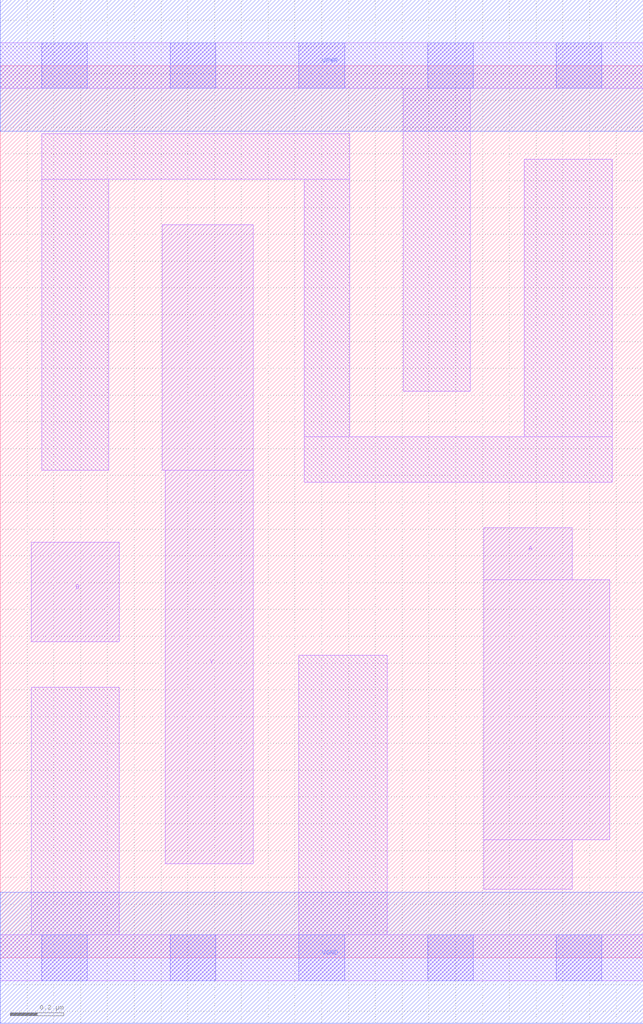
<source format=lef>
# Copyright 2020 The SkyWater PDK Authors
#
# Licensed under the Apache License, Version 2.0 (the "License");
# you may not use this file except in compliance with the License.
# You may obtain a copy of the License at
#
#     https://www.apache.org/licenses/LICENSE-2.0
#
# Unless required by applicable law or agreed to in writing, software
# distributed under the License is distributed on an "AS IS" BASIS,
# WITHOUT WARRANTIES OR CONDITIONS OF ANY KIND, either express or implied.
# See the License for the specific language governing permissions and
# limitations under the License.
#
# SPDX-License-Identifier: Apache-2.0

VERSION 5.7 ;
  NAMESCASESENSITIVE ON ;
  NOWIREEXTENSIONATPIN ON ;
  DIVIDERCHAR "/" ;
  BUSBITCHARS "[]" ;
UNITS
  DATABASE MICRONS 200 ;
END UNITS
MACRO sky130_fd_sc_ls__nor2_2
  CLASS CORE ;
  FOREIGN sky130_fd_sc_ls__nor2_2 ;
  ORIGIN  0.000000  0.000000 ;
  SIZE  2.400000 BY  3.330000 ;
  SYMMETRY X Y ;
  SITE unit ;
  PIN A
    ANTENNAGATEAREA  0.447000 ;
    DIRECTION INPUT ;
    USE SIGNAL ;
    PORT
      LAYER li1 ;
        RECT 1.805000 0.255000 2.135000 0.440000 ;
        RECT 1.805000 0.440000 2.275000 1.410000 ;
        RECT 1.805000 1.410000 2.135000 1.605000 ;
    END
  END A
  PIN B
    ANTENNAGATEAREA  0.447000 ;
    DIRECTION INPUT ;
    USE SIGNAL ;
    PORT
      LAYER li1 ;
        RECT 0.115000 1.180000 0.445000 1.550000 ;
    END
  END B
  PIN Y
    ANTENNADIFFAREA  0.543200 ;
    DIRECTION OUTPUT ;
    USE SIGNAL ;
    PORT
      LAYER li1 ;
        RECT 0.605000 1.820000 0.945000 2.735000 ;
        RECT 0.615000 0.350000 0.945000 1.820000 ;
    END
  END Y
  PIN VGND
    DIRECTION INOUT ;
    SHAPE ABUTMENT ;
    USE GROUND ;
    PORT
      LAYER met1 ;
        RECT 0.000000 -0.245000 2.400000 0.245000 ;
    END
  END VGND
  PIN VPWR
    DIRECTION INOUT ;
    SHAPE ABUTMENT ;
    USE POWER ;
    PORT
      LAYER met1 ;
        RECT 0.000000 3.085000 2.400000 3.575000 ;
    END
  END VPWR
  OBS
    LAYER li1 ;
      RECT 0.000000 -0.085000 2.400000 0.085000 ;
      RECT 0.000000  3.245000 2.400000 3.415000 ;
      RECT 0.115000  0.085000 0.445000 1.010000 ;
      RECT 0.155000  1.820000 0.405000 2.905000 ;
      RECT 0.155000  2.905000 1.305000 3.075000 ;
      RECT 1.115000  0.085000 1.445000 1.130000 ;
      RECT 1.135000  1.775000 2.285000 1.945000 ;
      RECT 1.135000  1.945000 1.305000 2.905000 ;
      RECT 1.505000  2.115000 1.755000 3.245000 ;
      RECT 1.955000  1.945000 2.285000 2.980000 ;
    LAYER mcon ;
      RECT 0.155000 -0.085000 0.325000 0.085000 ;
      RECT 0.155000  3.245000 0.325000 3.415000 ;
      RECT 0.635000 -0.085000 0.805000 0.085000 ;
      RECT 0.635000  3.245000 0.805000 3.415000 ;
      RECT 1.115000 -0.085000 1.285000 0.085000 ;
      RECT 1.115000  3.245000 1.285000 3.415000 ;
      RECT 1.595000 -0.085000 1.765000 0.085000 ;
      RECT 1.595000  3.245000 1.765000 3.415000 ;
      RECT 2.075000 -0.085000 2.245000 0.085000 ;
      RECT 2.075000  3.245000 2.245000 3.415000 ;
  END
END sky130_fd_sc_ls__nor2_2
END LIBRARY

</source>
